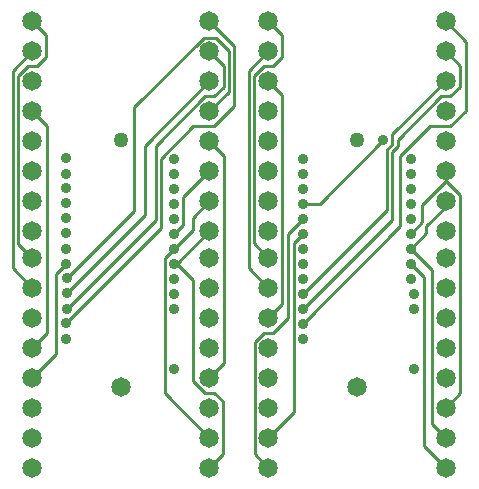
<source format=gbr>
G04 (created by PCBNEW (2013-mar-13)-testing) date Tue 20 Aug 2013 10:34:20 AM PDT*
%MOIN*%
G04 Gerber Fmt 3.4, Leading zero omitted, Abs format*
%FSLAX34Y34*%
G01*
G70*
G90*
G04 APERTURE LIST*
%ADD10C,0.005906*%
%ADD11C,0.065000*%
%ADD12C,0.050000*%
%ADD13C,0.035000*%
%ADD14C,0.010000*%
G04 APERTURE END LIST*
G54D10*
G54D11*
X20669Y-20122D03*
X20669Y-21122D03*
X20669Y-22122D03*
X20669Y-23122D03*
X20669Y-24122D03*
X20669Y-25122D03*
X20669Y-26122D03*
X20669Y-27122D03*
X26574Y-27122D03*
X26574Y-26122D03*
X26574Y-25122D03*
X26574Y-24122D03*
X26574Y-23122D03*
X26574Y-22122D03*
X26574Y-21122D03*
X26574Y-20122D03*
X20669Y-27996D03*
X20669Y-28996D03*
X20669Y-29996D03*
X20669Y-30996D03*
X20669Y-31996D03*
X20669Y-32996D03*
X20669Y-33996D03*
X20669Y-34996D03*
X26574Y-34996D03*
X26574Y-33996D03*
X26574Y-32996D03*
X26574Y-31996D03*
X26574Y-30996D03*
X26574Y-29996D03*
X26574Y-28996D03*
X26574Y-27996D03*
X28543Y-20122D03*
X28543Y-21122D03*
X28543Y-22122D03*
X28543Y-23122D03*
X28543Y-24122D03*
X28543Y-25122D03*
X28543Y-26122D03*
X28543Y-27122D03*
X34448Y-27122D03*
X34448Y-26122D03*
X34448Y-25122D03*
X34448Y-24122D03*
X34448Y-23122D03*
X34448Y-22122D03*
X34448Y-21122D03*
X34448Y-20122D03*
X28543Y-27996D03*
X28543Y-28996D03*
X28543Y-29996D03*
X28543Y-30996D03*
X28543Y-31996D03*
X28543Y-32996D03*
X28543Y-33996D03*
X28543Y-34996D03*
X34448Y-34996D03*
X34448Y-33996D03*
X34448Y-32996D03*
X34448Y-31996D03*
X34448Y-30996D03*
X34448Y-29996D03*
X34448Y-28996D03*
X34448Y-27996D03*
G54D12*
X23622Y-24068D03*
G54D11*
X23622Y-32308D03*
G54D12*
X31496Y-24068D03*
G54D11*
X31496Y-32308D03*
G54D13*
X25400Y-28700D03*
X21800Y-27700D03*
X21811Y-27165D03*
X21811Y-26692D03*
X21811Y-26181D03*
X21811Y-25669D03*
X21811Y-25196D03*
X21811Y-24685D03*
X25400Y-29200D03*
X25400Y-29700D03*
X21800Y-30700D03*
X21800Y-30180D03*
X21820Y-29700D03*
X21820Y-29180D03*
X21820Y-28680D03*
X21800Y-28200D03*
X33300Y-28700D03*
X29700Y-27700D03*
X29700Y-27200D03*
X29700Y-26700D03*
X29700Y-26200D03*
X32373Y-24080D03*
X29700Y-25700D03*
X29700Y-25200D03*
X29700Y-24700D03*
X33400Y-29200D03*
X33400Y-29700D03*
X29700Y-30700D03*
X29700Y-30200D03*
X29700Y-29700D03*
X29700Y-29200D03*
X29700Y-28700D03*
X29700Y-28200D03*
X25400Y-24700D03*
X25400Y-25200D03*
X25400Y-25700D03*
X25400Y-26200D03*
X25400Y-26700D03*
X25400Y-27200D03*
X25400Y-27700D03*
X25400Y-28200D03*
X33300Y-24700D03*
X33300Y-25200D03*
X33300Y-25700D03*
X33300Y-26200D03*
X33300Y-26700D03*
X33300Y-27200D03*
X33300Y-27700D03*
X33300Y-28200D03*
X25400Y-31700D03*
X33400Y-31700D03*
G54D14*
X27409Y-20957D02*
X26574Y-20122D01*
X27409Y-22932D02*
X27409Y-20957D01*
X26719Y-23622D02*
X27409Y-22932D01*
X26042Y-23622D02*
X26719Y-23622D01*
X24963Y-24701D02*
X26042Y-23622D01*
X24963Y-27016D02*
X24963Y-24701D01*
X21800Y-30180D02*
X24963Y-27016D01*
X24783Y-26736D02*
X21820Y-29700D01*
X24783Y-24269D02*
X24783Y-26736D01*
X26431Y-22622D02*
X24783Y-24269D01*
X26730Y-22622D02*
X26431Y-22622D01*
X27046Y-22305D02*
X26730Y-22622D01*
X27046Y-21593D02*
X27046Y-22305D01*
X26574Y-21122D02*
X27046Y-21593D01*
X24423Y-26576D02*
X21820Y-29180D01*
X24423Y-24273D02*
X24423Y-26576D01*
X26574Y-22122D02*
X24423Y-24273D01*
X27229Y-22467D02*
X26574Y-23122D01*
X27229Y-21113D02*
X27229Y-22467D01*
X26781Y-20664D02*
X27229Y-21113D01*
X26383Y-20664D02*
X26781Y-20664D01*
X24058Y-22989D02*
X26383Y-20664D01*
X24058Y-26441D02*
X24058Y-22989D01*
X21820Y-28680D02*
X24058Y-26441D01*
X21453Y-28546D02*
X21800Y-28200D01*
X21453Y-31211D02*
X21453Y-28546D01*
X20669Y-31996D02*
X21453Y-31211D01*
X29394Y-33144D02*
X28543Y-33996D01*
X29394Y-27505D02*
X29394Y-33144D01*
X29700Y-27200D02*
X29394Y-27505D01*
X29180Y-27219D02*
X29700Y-26700D01*
X29180Y-30012D02*
X29180Y-27219D01*
X28696Y-30496D02*
X29180Y-30012D01*
X28395Y-30496D02*
X28696Y-30496D01*
X28087Y-30803D02*
X28395Y-30496D01*
X28087Y-34540D02*
X28087Y-30803D01*
X28543Y-34996D02*
X28087Y-34540D01*
X30254Y-26200D02*
X32373Y-24080D01*
X29700Y-26200D02*
X30254Y-26200D01*
X35122Y-20795D02*
X34448Y-20122D01*
X35122Y-23100D02*
X35122Y-20795D01*
X34600Y-23622D02*
X35122Y-23100D01*
X33938Y-23622D02*
X34600Y-23622D01*
X32940Y-24620D02*
X33938Y-23622D01*
X32940Y-26959D02*
X32940Y-24620D01*
X29700Y-30200D02*
X32940Y-26959D01*
X34921Y-21595D02*
X34448Y-21122D01*
X34921Y-22311D02*
X34921Y-21595D01*
X34611Y-22622D02*
X34921Y-22311D01*
X34305Y-22622D02*
X34611Y-22622D01*
X32858Y-24068D02*
X34305Y-22622D01*
X32858Y-24281D02*
X32858Y-24068D01*
X32670Y-24470D02*
X32858Y-24281D01*
X32670Y-26729D02*
X32670Y-24470D01*
X29700Y-29700D02*
X32670Y-26729D01*
X32678Y-23892D02*
X34448Y-22122D01*
X32678Y-24207D02*
X32678Y-23892D01*
X32490Y-24395D02*
X32678Y-24207D01*
X32490Y-26409D02*
X32490Y-24395D01*
X29700Y-29200D02*
X32490Y-26409D01*
X20206Y-27532D02*
X20669Y-27996D01*
X20206Y-21938D02*
X20206Y-27532D01*
X20522Y-21622D02*
X20206Y-21938D01*
X20817Y-21622D02*
X20522Y-21622D01*
X21124Y-21315D02*
X20817Y-21622D01*
X21124Y-20577D02*
X21124Y-21315D01*
X20669Y-20122D02*
X21124Y-20577D01*
X20025Y-28352D02*
X20669Y-28996D01*
X20025Y-21765D02*
X20025Y-28352D01*
X20669Y-21122D02*
X20025Y-21765D01*
X21146Y-30519D02*
X20669Y-30996D01*
X21146Y-23598D02*
X21146Y-30519D01*
X20669Y-23122D02*
X21146Y-23598D01*
X27051Y-24598D02*
X26574Y-24122D01*
X27051Y-31519D02*
X27051Y-24598D01*
X26574Y-31996D02*
X27051Y-31519D01*
X25705Y-26894D02*
X25400Y-27200D01*
X25705Y-25991D02*
X25705Y-26894D01*
X26574Y-25122D02*
X25705Y-25991D01*
X26029Y-27070D02*
X25400Y-27700D01*
X26029Y-26666D02*
X26029Y-27070D01*
X26574Y-26122D02*
X26029Y-26666D01*
X25094Y-32516D02*
X26574Y-33996D01*
X25094Y-28005D02*
X25094Y-32516D01*
X25400Y-27700D02*
X25094Y-28005D01*
X26029Y-28732D02*
X25496Y-28200D01*
X26029Y-32098D02*
X26029Y-28732D01*
X26426Y-32496D02*
X26029Y-32098D01*
X26733Y-32496D02*
X26426Y-32496D01*
X27030Y-32792D02*
X26733Y-32496D01*
X27030Y-34540D02*
X27030Y-32792D01*
X26574Y-34996D02*
X27030Y-34540D01*
X25400Y-28200D02*
X25496Y-28200D01*
X25496Y-28200D02*
X26574Y-27122D01*
X28072Y-27525D02*
X28543Y-27996D01*
X28072Y-21946D02*
X28072Y-27525D01*
X28396Y-21622D02*
X28072Y-21946D01*
X28691Y-21622D02*
X28396Y-21622D01*
X28998Y-21315D02*
X28691Y-21622D01*
X28998Y-20577D02*
X28998Y-21315D01*
X28543Y-20122D02*
X28998Y-20577D01*
X27892Y-28344D02*
X28543Y-28996D01*
X27892Y-21773D02*
X27892Y-28344D01*
X28543Y-21122D02*
X27892Y-21773D01*
X29000Y-29539D02*
X28543Y-29996D01*
X29000Y-22578D02*
X29000Y-29539D01*
X28543Y-22122D02*
X29000Y-22578D01*
X33673Y-26245D02*
X34461Y-25458D01*
X33673Y-26826D02*
X33673Y-26245D01*
X33300Y-27200D02*
X33673Y-26826D01*
X34448Y-25445D02*
X34461Y-25458D01*
X34448Y-25122D02*
X34448Y-25445D01*
X34925Y-32519D02*
X34448Y-32996D01*
X34925Y-25922D02*
X34925Y-32519D01*
X34461Y-25458D02*
X34925Y-25922D01*
X33993Y-28393D02*
X33300Y-27700D01*
X33993Y-33540D02*
X33993Y-28393D01*
X34448Y-33996D02*
X33993Y-33540D01*
X33807Y-27192D02*
X33300Y-27700D01*
X33807Y-26947D02*
X33807Y-27192D01*
X34448Y-26305D02*
X33807Y-26947D01*
X34448Y-26122D02*
X34448Y-26305D01*
X33740Y-28640D02*
X33300Y-28200D01*
X33740Y-34287D02*
X33740Y-28640D01*
X34448Y-34996D02*
X33740Y-34287D01*
M02*

</source>
